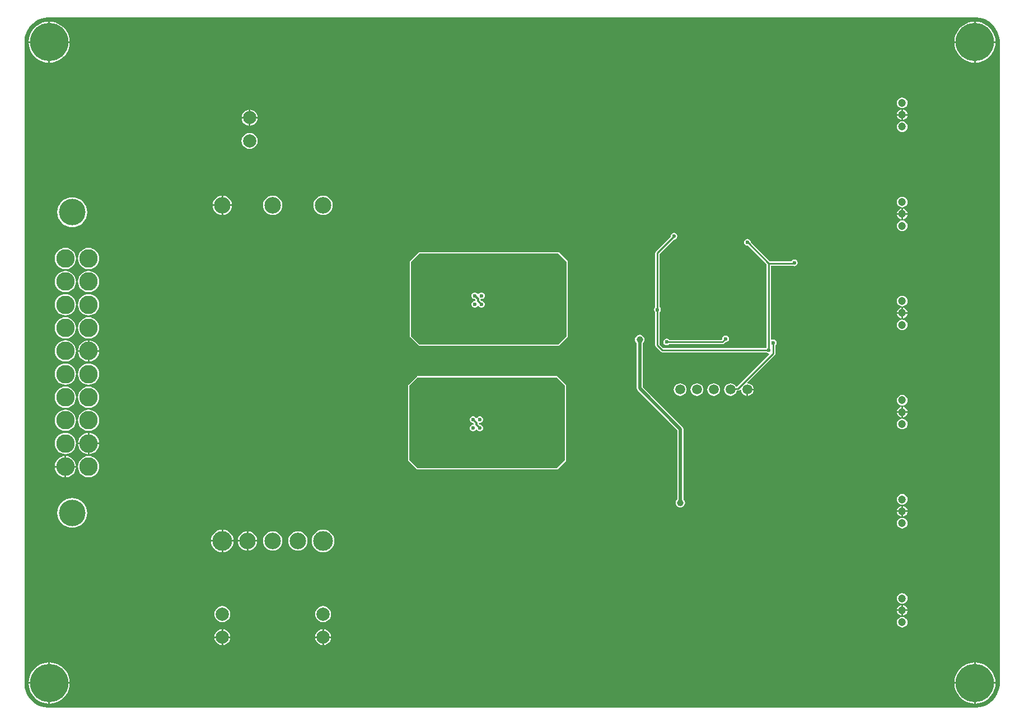
<source format=gbl>
G04*
G04 #@! TF.GenerationSoftware,Altium Limited,Altium Designer,22.2.1 (43)*
G04*
G04 Layer_Physical_Order=2*
G04 Layer_Color=16711680*
%FSLAX44Y44*%
%MOMM*%
G71*
G04*
G04 #@! TF.SameCoordinates,7A9A4B32-F866-4FC0-92F5-D822EF52183D*
G04*
G04*
G04 #@! TF.FilePolarity,Positive*
G04*
G01*
G75*
%ADD15C,0.3000*%
%ADD54C,0.5000*%
%ADD55C,0.2500*%
%ADD57C,2.8000*%
%ADD58C,4.0000*%
%ADD59C,5.8000*%
%ADD60C,2.5000*%
%ADD61C,3.0000*%
%ADD62C,2.0000*%
%ADD63C,1.5000*%
%ADD64C,1.2000*%
%ADD65C,0.6000*%
%ADD66C,1.0000*%
G36*
X2017322Y1136810D02*
X2022064Y1135540D01*
X2026600Y1133661D01*
X2030851Y1131206D01*
X2034746Y1128218D01*
X2038218Y1124746D01*
X2041206Y1120851D01*
X2043661Y1116600D01*
X2045540Y1112064D01*
X2046810Y1107322D01*
X2047451Y1102455D01*
Y1100000D01*
Y130000D01*
Y127545D01*
X2046810Y122678D01*
X2045540Y117936D01*
X2043661Y113400D01*
X2041206Y109149D01*
X2038218Y105254D01*
X2034746Y101782D01*
X2030851Y98794D01*
X2026600Y96339D01*
X2022064Y94460D01*
X2017322Y93190D01*
X2012455Y92549D01*
X607545D01*
X602678Y93190D01*
X597936Y94460D01*
X593400Y96339D01*
X589149Y98794D01*
X585254Y101782D01*
X581782Y105254D01*
X578794Y109149D01*
X576339Y113400D01*
X574460Y117936D01*
X573190Y122678D01*
X572549Y127545D01*
Y130000D01*
Y1100000D01*
Y1102455D01*
X573190Y1107322D01*
X574460Y1112064D01*
X576339Y1116600D01*
X578794Y1120851D01*
X581782Y1124746D01*
X585254Y1128218D01*
X589149Y1131206D01*
X593400Y1133661D01*
X597936Y1135540D01*
X602678Y1136810D01*
X607545Y1137451D01*
X2012455D01*
X2017322Y1136810D01*
D02*
G37*
%LPC*%
G36*
X2011270Y1130996D02*
Y1101270D01*
X2040996D01*
X2040713Y1104865D01*
X2039574Y1109609D01*
X2037707Y1114117D01*
X2035157Y1118278D01*
X2031988Y1121988D01*
X2028278Y1125157D01*
X2024117Y1127707D01*
X2019609Y1129574D01*
X2014864Y1130713D01*
X2011270Y1130996D01*
D02*
G37*
G36*
X2008730D02*
X2005135Y1130713D01*
X2000391Y1129574D01*
X1995883Y1127707D01*
X1991722Y1125157D01*
X1988012Y1121988D01*
X1984843Y1118278D01*
X1982293Y1114117D01*
X1980426Y1109609D01*
X1979287Y1104865D01*
X1979004Y1101270D01*
X2008730D01*
Y1130996D01*
D02*
G37*
G36*
X611270D02*
Y1101270D01*
X640996D01*
X640713Y1104865D01*
X639574Y1109609D01*
X637707Y1114117D01*
X635157Y1118278D01*
X631988Y1121988D01*
X628278Y1125157D01*
X624117Y1127707D01*
X619609Y1129574D01*
X614865Y1130713D01*
X611270Y1130996D01*
D02*
G37*
G36*
X608730D02*
X605135Y1130713D01*
X600391Y1129574D01*
X595883Y1127707D01*
X591722Y1125157D01*
X588012Y1121988D01*
X584843Y1118278D01*
X582293Y1114117D01*
X580426Y1109609D01*
X579287Y1104865D01*
X579004Y1101270D01*
X608730D01*
Y1130996D01*
D02*
G37*
G36*
X2040996Y1098730D02*
X2011270D01*
Y1069004D01*
X2014864Y1069287D01*
X2019609Y1070426D01*
X2024117Y1072293D01*
X2028278Y1074843D01*
X2031988Y1078012D01*
X2035157Y1081722D01*
X2037707Y1085883D01*
X2039574Y1090391D01*
X2040713Y1095136D01*
X2040996Y1098730D01*
D02*
G37*
G36*
X2008730D02*
X1979004D01*
X1979287Y1095136D01*
X1980426Y1090391D01*
X1982293Y1085883D01*
X1984843Y1081722D01*
X1988012Y1078012D01*
X1991722Y1074843D01*
X1995883Y1072293D01*
X2000391Y1070426D01*
X2005135Y1069287D01*
X2008730Y1069004D01*
Y1098730D01*
D02*
G37*
G36*
X640996D02*
X611270D01*
Y1069004D01*
X614865Y1069287D01*
X619609Y1070426D01*
X624117Y1072293D01*
X628278Y1074843D01*
X631988Y1078012D01*
X635157Y1081722D01*
X637707Y1085883D01*
X639574Y1090391D01*
X640713Y1095136D01*
X640996Y1098730D01*
D02*
G37*
G36*
X608730D02*
X579004D01*
X579287Y1095136D01*
X580426Y1090391D01*
X582293Y1085883D01*
X584843Y1081722D01*
X588012Y1078012D01*
X591722Y1074843D01*
X595883Y1072293D01*
X600391Y1070426D01*
X605135Y1069287D01*
X608730Y1069004D01*
Y1098730D01*
D02*
G37*
G36*
X1900000Y1016069D02*
X1897912Y1015794D01*
X1895966Y1014988D01*
X1894294Y1013706D01*
X1893012Y1012035D01*
X1892206Y1010088D01*
X1891931Y1008000D01*
X1892206Y1005912D01*
X1893012Y1003966D01*
X1894294Y1002294D01*
X1895966Y1001012D01*
X1897912Y1000206D01*
X1900000Y999931D01*
X1902088Y1000206D01*
X1904034Y1001012D01*
X1905706Y1002294D01*
X1906988Y1003966D01*
X1907794Y1005912D01*
X1908069Y1008000D01*
X1907794Y1010088D01*
X1906988Y1012035D01*
X1905706Y1013706D01*
X1904034Y1014988D01*
X1902088Y1015794D01*
X1900000Y1016069D01*
D02*
G37*
G36*
X1901270Y997902D02*
Y991270D01*
X1907902D01*
X1907794Y992088D01*
X1906988Y994035D01*
X1905706Y995706D01*
X1904034Y996988D01*
X1902088Y997794D01*
X1901270Y997902D01*
D02*
G37*
G36*
X1898730D02*
X1897912Y997794D01*
X1895966Y996988D01*
X1894294Y995706D01*
X1893012Y994035D01*
X1892206Y992088D01*
X1892098Y991270D01*
X1898730D01*
Y997902D01*
D02*
G37*
G36*
X914370Y997436D02*
Y986770D01*
X925036D01*
X924791Y988633D01*
X923582Y991552D01*
X921659Y994059D01*
X919152Y995982D01*
X916233Y997191D01*
X914370Y997436D01*
D02*
G37*
G36*
X911830D02*
X909967Y997191D01*
X907048Y995982D01*
X904542Y994059D01*
X902618Y991552D01*
X901409Y988633D01*
X901164Y986770D01*
X911830D01*
Y997436D01*
D02*
G37*
G36*
X1907902Y988730D02*
X1901270D01*
Y982098D01*
X1902088Y982206D01*
X1904034Y983012D01*
X1905706Y984294D01*
X1906988Y985965D01*
X1907794Y987912D01*
X1907902Y988730D01*
D02*
G37*
G36*
X1898730D02*
X1892098D01*
X1892206Y987912D01*
X1893012Y985965D01*
X1894294Y984294D01*
X1895966Y983012D01*
X1897912Y982206D01*
X1898730Y982098D01*
Y988730D01*
D02*
G37*
G36*
X925036Y984230D02*
X914370D01*
Y973564D01*
X916233Y973809D01*
X919152Y975018D01*
X921659Y976942D01*
X923582Y979448D01*
X924791Y982367D01*
X925036Y984230D01*
D02*
G37*
G36*
X911830D02*
X901164D01*
X901409Y982367D01*
X902618Y979448D01*
X904542Y976942D01*
X907048Y975018D01*
X909967Y973809D01*
X911830Y973564D01*
Y984230D01*
D02*
G37*
G36*
X1900000Y980069D02*
X1897912Y979794D01*
X1895966Y978988D01*
X1894294Y977706D01*
X1893012Y976034D01*
X1892206Y974088D01*
X1891931Y972000D01*
X1892206Y969912D01*
X1893012Y967965D01*
X1894294Y966294D01*
X1895966Y965012D01*
X1897912Y964206D01*
X1900000Y963931D01*
X1902088Y964206D01*
X1904034Y965012D01*
X1905706Y966294D01*
X1906988Y967965D01*
X1907794Y969912D01*
X1908069Y972000D01*
X1907794Y974088D01*
X1906988Y976034D01*
X1905706Y977706D01*
X1904034Y978988D01*
X1902088Y979794D01*
X1900000Y980069D01*
D02*
G37*
G36*
X913100Y962604D02*
X909967Y962191D01*
X907048Y960982D01*
X904542Y959059D01*
X902618Y956552D01*
X901409Y953633D01*
X900996Y950500D01*
X901409Y947367D01*
X902618Y944448D01*
X904542Y941942D01*
X907048Y940018D01*
X909967Y938809D01*
X913100Y938396D01*
X916233Y938809D01*
X919152Y940018D01*
X921659Y941942D01*
X923582Y944448D01*
X924791Y947367D01*
X925204Y950500D01*
X924791Y953633D01*
X923582Y956552D01*
X921659Y959059D01*
X919152Y960982D01*
X916233Y962191D01*
X913100Y962604D01*
D02*
G37*
G36*
X873170Y867458D02*
Y854270D01*
X886358D01*
X886027Y856785D01*
X884566Y860313D01*
X882242Y863342D01*
X879213Y865666D01*
X875685Y867127D01*
X873170Y867458D01*
D02*
G37*
G36*
X870630D02*
X868115Y867127D01*
X864587Y865666D01*
X861559Y863342D01*
X859234Y860313D01*
X857773Y856785D01*
X857442Y854270D01*
X870630D01*
Y867458D01*
D02*
G37*
G36*
X1900000Y866069D02*
X1897912Y865794D01*
X1895966Y864988D01*
X1894294Y863706D01*
X1893012Y862035D01*
X1892206Y860088D01*
X1891931Y858000D01*
X1892206Y855912D01*
X1893012Y853966D01*
X1894294Y852294D01*
X1895966Y851012D01*
X1897912Y850206D01*
X1900000Y849931D01*
X1902088Y850206D01*
X1904034Y851012D01*
X1905706Y852294D01*
X1906988Y853966D01*
X1907794Y855912D01*
X1908069Y858000D01*
X1907794Y860088D01*
X1906988Y862035D01*
X1905706Y863706D01*
X1904034Y864988D01*
X1902088Y865794D01*
X1900000Y866069D01*
D02*
G37*
G36*
X1901270Y847902D02*
Y841270D01*
X1907902D01*
X1907794Y842088D01*
X1906988Y844035D01*
X1905706Y845706D01*
X1904034Y846988D01*
X1902088Y847794D01*
X1901270Y847902D01*
D02*
G37*
G36*
X1898730D02*
X1897912Y847794D01*
X1895966Y846988D01*
X1894294Y845706D01*
X1893012Y844035D01*
X1892206Y842088D01*
X1892098Y841270D01*
X1898730D01*
Y847902D01*
D02*
G37*
G36*
X870630Y851730D02*
X857442D01*
X857773Y849215D01*
X859234Y845687D01*
X861559Y842658D01*
X864587Y840334D01*
X868115Y838873D01*
X870630Y838542D01*
Y851730D01*
D02*
G37*
G36*
X886358D02*
X873170D01*
Y838542D01*
X875685Y838873D01*
X879213Y840334D01*
X882242Y842658D01*
X884566Y845687D01*
X886027Y849215D01*
X886358Y851730D01*
D02*
G37*
G36*
X1024300Y867625D02*
X1020515Y867127D01*
X1016988Y865666D01*
X1013959Y863342D01*
X1011634Y860313D01*
X1010173Y856785D01*
X1009675Y853000D01*
X1010173Y849215D01*
X1011634Y845687D01*
X1013959Y842658D01*
X1016988Y840334D01*
X1020515Y838873D01*
X1024300Y838375D01*
X1028085Y838873D01*
X1031613Y840334D01*
X1034641Y842658D01*
X1036966Y845687D01*
X1038427Y849215D01*
X1038925Y853000D01*
X1038427Y856785D01*
X1036966Y860313D01*
X1034641Y863342D01*
X1031613Y865666D01*
X1028085Y867127D01*
X1024300Y867625D01*
D02*
G37*
G36*
X948100D02*
X944315Y867127D01*
X940788Y865666D01*
X937758Y863342D01*
X935434Y860313D01*
X933973Y856785D01*
X933475Y853000D01*
X933973Y849215D01*
X935434Y845687D01*
X937758Y842658D01*
X940788Y840334D01*
X944315Y838873D01*
X948100Y838375D01*
X951885Y838873D01*
X955413Y840334D01*
X958441Y842658D01*
X960766Y845687D01*
X962227Y849215D01*
X962725Y853000D01*
X962227Y856785D01*
X960766Y860313D01*
X958441Y863342D01*
X955413Y865666D01*
X951885Y867127D01*
X948100Y867625D01*
D02*
G37*
G36*
X1907902Y838730D02*
X1901270D01*
Y832098D01*
X1902088Y832206D01*
X1904034Y833012D01*
X1905706Y834294D01*
X1906988Y835965D01*
X1907794Y837912D01*
X1907902Y838730D01*
D02*
G37*
G36*
X1898730D02*
X1892098D01*
X1892206Y837912D01*
X1893012Y835965D01*
X1894294Y834294D01*
X1895966Y833012D01*
X1897912Y832206D01*
X1898730Y832098D01*
Y838730D01*
D02*
G37*
G36*
X645000Y865109D02*
X640589Y864674D01*
X636348Y863388D01*
X632439Y861299D01*
X629013Y858487D01*
X626201Y855061D01*
X624112Y851152D01*
X622826Y846911D01*
X622391Y842500D01*
X622826Y838089D01*
X624112Y833848D01*
X626201Y829939D01*
X629013Y826513D01*
X632439Y823701D01*
X636348Y821612D01*
X640589Y820325D01*
X645000Y819891D01*
X649411Y820325D01*
X653652Y821612D01*
X657561Y823701D01*
X660987Y826513D01*
X663799Y829939D01*
X665888Y833848D01*
X667174Y838089D01*
X667609Y842500D01*
X667174Y846911D01*
X665888Y851152D01*
X663799Y855061D01*
X660987Y858487D01*
X657561Y861299D01*
X653652Y863388D01*
X649411Y864674D01*
X645000Y865109D01*
D02*
G37*
G36*
X1900000Y830069D02*
X1897912Y829794D01*
X1895966Y828988D01*
X1894294Y827706D01*
X1893012Y826034D01*
X1892206Y824088D01*
X1891931Y822000D01*
X1892206Y819912D01*
X1893012Y817965D01*
X1894294Y816294D01*
X1895966Y815012D01*
X1897912Y814206D01*
X1900000Y813931D01*
X1902088Y814206D01*
X1904034Y815012D01*
X1905706Y816294D01*
X1906988Y817965D01*
X1907794Y819912D01*
X1908069Y822000D01*
X1907794Y824088D01*
X1906988Y826034D01*
X1905706Y827706D01*
X1904034Y828988D01*
X1902088Y829794D01*
X1900000Y830069D01*
D02*
G37*
G36*
X1380000Y782039D02*
X1170000Y782039D01*
X1170000Y782039D01*
X1169220Y781884D01*
X1168558Y781442D01*
X1156058Y768942D01*
X1155616Y768280D01*
X1155461Y767500D01*
X1155461Y655000D01*
X1155461Y655000D01*
X1155616Y654219D01*
X1156058Y653558D01*
X1156058Y653558D01*
X1168558Y641058D01*
X1168558Y641058D01*
X1169220Y640616D01*
X1170000Y640461D01*
X1380000D01*
X1380780Y640616D01*
X1381442Y641058D01*
X1381442Y641058D01*
X1393942Y653558D01*
X1394384Y654220D01*
X1394539Y655000D01*
X1394539Y767500D01*
X1394539Y767500D01*
X1394384Y768280D01*
X1393942Y768942D01*
X1381442Y781442D01*
X1380780Y781884D01*
X1380000Y782039D01*
D02*
G37*
G36*
X1555000Y811098D02*
X1553049Y810710D01*
X1551395Y809605D01*
X1550290Y807951D01*
X1549902Y806000D01*
X1549970Y805657D01*
X1527657Y783343D01*
X1526939Y782268D01*
X1526686Y781000D01*
Y698799D01*
X1526395Y698605D01*
X1525290Y696951D01*
X1524902Y695000D01*
X1525290Y693049D01*
X1526395Y691395D01*
X1526686Y691201D01*
Y641000D01*
X1526939Y639732D01*
X1527657Y638657D01*
X1534747Y631567D01*
X1535822Y630849D01*
X1537090Y630596D01*
X1694421D01*
X1694615Y630305D01*
X1696269Y629200D01*
X1698220Y628812D01*
X1698357Y628839D01*
X1698983Y627669D01*
X1650277Y578964D01*
X1648566D01*
X1647175Y580775D01*
X1645191Y582298D01*
X1642880Y583256D01*
X1640400Y583582D01*
X1637920Y583256D01*
X1635609Y582298D01*
X1633625Y580775D01*
X1632102Y578791D01*
X1631145Y576480D01*
X1630818Y574000D01*
X1631145Y571520D01*
X1632102Y569209D01*
X1633625Y567225D01*
X1635609Y565702D01*
X1637920Y564744D01*
X1640400Y564418D01*
X1642880Y564744D01*
X1645191Y565702D01*
X1647175Y567225D01*
X1648698Y569209D01*
X1649655Y571520D01*
X1649763Y572336D01*
X1651650D01*
X1652918Y572589D01*
X1653993Y573307D01*
X1655119Y574433D01*
X1656249Y573767D01*
X1656544Y571520D01*
X1657502Y569209D01*
X1659025Y567225D01*
X1661009Y565702D01*
X1663320Y564744D01*
X1664530Y564585D01*
Y574000D01*
X1665800D01*
Y575270D01*
X1675215D01*
X1675056Y576480D01*
X1674098Y578791D01*
X1672575Y580775D01*
X1670591Y582298D01*
X1668280Y583256D01*
X1666033Y583551D01*
X1665367Y584681D01*
X1707343Y626657D01*
X1708061Y627732D01*
X1708314Y629000D01*
Y641201D01*
X1708605Y641395D01*
X1709710Y643049D01*
X1710098Y645000D01*
X1709710Y646951D01*
X1708605Y648605D01*
X1706951Y649710D01*
X1705000Y650098D01*
X1703049Y649710D01*
X1702654Y649446D01*
X1701534Y650044D01*
Y761906D01*
X1734127D01*
X1735049Y761290D01*
X1737000Y760902D01*
X1738951Y761290D01*
X1740605Y762395D01*
X1741710Y764049D01*
X1742098Y766000D01*
X1741710Y767951D01*
X1740605Y769605D01*
X1738951Y770710D01*
X1737000Y771098D01*
X1735049Y770710D01*
X1733395Y769605D01*
X1732679Y768534D01*
X1699593D01*
X1671091Y797035D01*
X1670710Y798951D01*
X1669605Y800605D01*
X1667951Y801710D01*
X1666000Y802098D01*
X1664049Y801710D01*
X1662395Y800605D01*
X1661290Y798951D01*
X1660902Y797000D01*
X1661290Y795049D01*
X1662395Y793395D01*
X1664049Y792290D01*
X1666000Y791902D01*
X1666710Y792043D01*
X1694906Y763847D01*
Y637709D01*
X1694615Y637515D01*
X1694421Y637224D01*
X1538463D01*
X1533314Y642373D01*
Y691201D01*
X1533605Y691395D01*
X1534710Y693049D01*
X1535098Y695000D01*
X1534710Y696951D01*
X1533605Y698605D01*
X1533314Y698799D01*
Y779627D01*
X1554657Y800970D01*
X1555000Y800902D01*
X1556951Y801290D01*
X1558605Y802395D01*
X1559710Y804049D01*
X1560098Y806000D01*
X1559710Y807951D01*
X1558605Y809605D01*
X1556951Y810710D01*
X1555000Y811098D01*
D02*
G37*
G36*
X669600Y788577D02*
X666463Y788269D01*
X663447Y787354D01*
X660668Y785868D01*
X658232Y783868D01*
X656232Y781432D01*
X654746Y778652D01*
X653831Y775637D01*
X653523Y772500D01*
X653831Y769363D01*
X654746Y766347D01*
X656232Y763568D01*
X658232Y761132D01*
X660668Y759132D01*
X663447Y757646D01*
X666463Y756731D01*
X669600Y756423D01*
X672737Y756731D01*
X675753Y757646D01*
X678532Y759132D01*
X680968Y761132D01*
X682968Y763568D01*
X684454Y766347D01*
X685368Y769363D01*
X685677Y772500D01*
X685368Y775637D01*
X684454Y778652D01*
X682968Y781432D01*
X680968Y783868D01*
X678532Y785868D01*
X675753Y787354D01*
X672737Y788269D01*
X669600Y788577D01*
D02*
G37*
G36*
X634600D02*
X631464Y788269D01*
X628447Y787354D01*
X625668Y785868D01*
X623232Y783868D01*
X621232Y781432D01*
X619746Y778652D01*
X618831Y775637D01*
X618523Y772500D01*
X618831Y769363D01*
X619746Y766347D01*
X621232Y763568D01*
X623232Y761132D01*
X625668Y759132D01*
X628447Y757646D01*
X631464Y756731D01*
X634600Y756423D01*
X637737Y756731D01*
X640753Y757646D01*
X643532Y759132D01*
X645968Y761132D01*
X647968Y763568D01*
X649454Y766347D01*
X650368Y769363D01*
X650677Y772500D01*
X650368Y775637D01*
X649454Y778652D01*
X647968Y781432D01*
X645968Y783868D01*
X643532Y785868D01*
X640753Y787354D01*
X637737Y788269D01*
X634600Y788577D01*
D02*
G37*
G36*
X669600Y753577D02*
X666463Y753269D01*
X663447Y752354D01*
X660668Y750868D01*
X658232Y748868D01*
X656232Y746432D01*
X654746Y743653D01*
X653831Y740637D01*
X653523Y737500D01*
X653831Y734363D01*
X654746Y731347D01*
X656232Y728568D01*
X658232Y726132D01*
X660668Y724132D01*
X663447Y722646D01*
X666463Y721731D01*
X669600Y721423D01*
X672737Y721731D01*
X675753Y722646D01*
X678532Y724132D01*
X680968Y726132D01*
X682968Y728568D01*
X684454Y731347D01*
X685368Y734363D01*
X685677Y737500D01*
X685368Y740637D01*
X684454Y743653D01*
X682968Y746432D01*
X680968Y748868D01*
X678532Y750868D01*
X675753Y752354D01*
X672737Y753269D01*
X669600Y753577D01*
D02*
G37*
G36*
X634600D02*
X631464Y753269D01*
X628447Y752354D01*
X625668Y750868D01*
X623232Y748868D01*
X621232Y746432D01*
X619746Y743653D01*
X618831Y740637D01*
X618523Y737500D01*
X618831Y734363D01*
X619746Y731347D01*
X621232Y728568D01*
X623232Y726132D01*
X625668Y724132D01*
X628447Y722646D01*
X631464Y721731D01*
X634600Y721423D01*
X637737Y721731D01*
X640753Y722646D01*
X643532Y724132D01*
X645968Y726132D01*
X647968Y728568D01*
X649454Y731347D01*
X650368Y734363D01*
X650677Y737500D01*
X650368Y740637D01*
X649454Y743653D01*
X647968Y746432D01*
X645968Y748868D01*
X643532Y750868D01*
X640753Y752354D01*
X637737Y753269D01*
X634600Y753577D01*
D02*
G37*
G36*
X1900000Y716069D02*
X1897912Y715794D01*
X1895966Y714988D01*
X1894294Y713706D01*
X1893012Y712035D01*
X1892206Y710088D01*
X1891931Y708000D01*
X1892206Y705912D01*
X1893012Y703966D01*
X1894294Y702294D01*
X1895966Y701012D01*
X1897912Y700206D01*
X1900000Y699931D01*
X1902088Y700206D01*
X1904034Y701012D01*
X1905706Y702294D01*
X1906988Y703966D01*
X1907794Y705912D01*
X1908069Y708000D01*
X1907794Y710088D01*
X1906988Y712035D01*
X1905706Y713706D01*
X1904034Y714988D01*
X1902088Y715794D01*
X1900000Y716069D01*
D02*
G37*
G36*
X1901270Y697902D02*
Y691270D01*
X1907902D01*
X1907794Y692088D01*
X1906988Y694035D01*
X1905706Y695706D01*
X1904034Y696988D01*
X1902088Y697794D01*
X1901270Y697902D01*
D02*
G37*
G36*
X1898730D02*
X1897912Y697794D01*
X1895966Y696988D01*
X1894294Y695706D01*
X1893012Y694035D01*
X1892206Y692088D01*
X1892098Y691270D01*
X1898730D01*
Y697902D01*
D02*
G37*
G36*
X669600Y718577D02*
X666463Y718269D01*
X663447Y717354D01*
X660668Y715868D01*
X658232Y713868D01*
X656232Y711432D01*
X654746Y708653D01*
X653831Y705637D01*
X653523Y702500D01*
X653831Y699363D01*
X654746Y696347D01*
X656232Y693568D01*
X658232Y691132D01*
X660668Y689132D01*
X663447Y687646D01*
X666463Y686731D01*
X669600Y686423D01*
X672737Y686731D01*
X675753Y687646D01*
X678532Y689132D01*
X680968Y691132D01*
X682968Y693568D01*
X684454Y696347D01*
X685368Y699363D01*
X685677Y702500D01*
X685368Y705637D01*
X684454Y708653D01*
X682968Y711432D01*
X680968Y713868D01*
X678532Y715868D01*
X675753Y717354D01*
X672737Y718269D01*
X669600Y718577D01*
D02*
G37*
G36*
X634600D02*
X631464Y718269D01*
X628447Y717354D01*
X625668Y715868D01*
X623232Y713868D01*
X621232Y711432D01*
X619746Y708653D01*
X618831Y705637D01*
X618523Y702500D01*
X618831Y699363D01*
X619746Y696347D01*
X621232Y693568D01*
X623232Y691132D01*
X625668Y689132D01*
X628447Y687646D01*
X631464Y686731D01*
X634600Y686423D01*
X637737Y686731D01*
X640753Y687646D01*
X643532Y689132D01*
X645968Y691132D01*
X647968Y693568D01*
X649454Y696347D01*
X650368Y699363D01*
X650677Y702500D01*
X650368Y705637D01*
X649454Y708653D01*
X647968Y711432D01*
X645968Y713868D01*
X643532Y715868D01*
X640753Y717354D01*
X637737Y718269D01*
X634600Y718577D01*
D02*
G37*
G36*
X1907902Y688730D02*
X1901270D01*
Y682098D01*
X1902088Y682206D01*
X1904034Y683012D01*
X1905706Y684294D01*
X1906988Y685965D01*
X1907794Y687912D01*
X1907902Y688730D01*
D02*
G37*
G36*
X1898730D02*
X1892098D01*
X1892206Y687912D01*
X1893012Y685965D01*
X1894294Y684294D01*
X1895966Y683012D01*
X1897912Y682206D01*
X1898730Y682098D01*
Y688730D01*
D02*
G37*
G36*
X1900000Y680069D02*
X1897912Y679794D01*
X1895966Y678988D01*
X1894294Y677706D01*
X1893012Y676034D01*
X1892206Y674088D01*
X1891931Y672000D01*
X1892206Y669912D01*
X1893012Y667965D01*
X1894294Y666294D01*
X1895966Y665012D01*
X1897912Y664206D01*
X1900000Y663931D01*
X1902088Y664206D01*
X1904034Y665012D01*
X1905706Y666294D01*
X1906988Y667965D01*
X1907794Y669912D01*
X1908069Y672000D01*
X1907794Y674088D01*
X1906988Y676034D01*
X1905706Y677706D01*
X1904034Y678988D01*
X1902088Y679794D01*
X1900000Y680069D01*
D02*
G37*
G36*
X669600Y683577D02*
X666463Y683269D01*
X663447Y682354D01*
X660668Y680868D01*
X658232Y678868D01*
X656232Y676432D01*
X654746Y673653D01*
X653831Y670637D01*
X653523Y667500D01*
X653831Y664363D01*
X654746Y661347D01*
X656232Y658568D01*
X658232Y656132D01*
X660668Y654132D01*
X663447Y652646D01*
X666463Y651731D01*
X669600Y651423D01*
X672737Y651731D01*
X675753Y652646D01*
X678532Y654132D01*
X680968Y656132D01*
X682968Y658568D01*
X684454Y661347D01*
X685368Y664363D01*
X685677Y667500D01*
X685368Y670637D01*
X684454Y673653D01*
X682968Y676432D01*
X680968Y678868D01*
X678532Y680868D01*
X675753Y682354D01*
X672737Y683269D01*
X669600Y683577D01*
D02*
G37*
G36*
X634600D02*
X631464Y683269D01*
X628447Y682354D01*
X625668Y680868D01*
X623232Y678868D01*
X621232Y676432D01*
X619746Y673653D01*
X618831Y670637D01*
X618523Y667500D01*
X618831Y664363D01*
X619746Y661347D01*
X621232Y658568D01*
X623232Y656132D01*
X625668Y654132D01*
X628447Y652646D01*
X631464Y651731D01*
X634600Y651423D01*
X637737Y651731D01*
X640753Y652646D01*
X643532Y654132D01*
X645968Y656132D01*
X647968Y658568D01*
X649454Y661347D01*
X650368Y664363D01*
X650677Y667500D01*
X650368Y670637D01*
X649454Y673653D01*
X647968Y676432D01*
X645968Y678868D01*
X643532Y680868D01*
X640753Y682354D01*
X637737Y683269D01*
X634600Y683577D01*
D02*
G37*
G36*
X1633000Y656098D02*
X1631049Y655710D01*
X1629395Y654605D01*
X1628290Y652951D01*
X1627902Y651000D01*
X1627970Y650657D01*
X1626628Y649314D01*
X1547799D01*
X1547605Y649605D01*
X1545951Y650710D01*
X1544000Y651098D01*
X1542049Y650710D01*
X1540395Y649605D01*
X1539290Y647951D01*
X1538902Y646000D01*
X1539290Y644049D01*
X1540395Y642395D01*
X1542049Y641290D01*
X1544000Y640902D01*
X1545951Y641290D01*
X1547605Y642395D01*
X1547799Y642686D01*
X1628000D01*
X1629268Y642939D01*
X1630343Y643657D01*
X1632657Y645970D01*
X1633000Y645902D01*
X1634951Y646290D01*
X1636605Y647395D01*
X1637710Y649049D01*
X1638098Y651000D01*
X1637710Y652951D01*
X1636605Y654605D01*
X1634951Y655710D01*
X1633000Y656098D01*
D02*
G37*
G36*
X670870Y648452D02*
Y633770D01*
X685552D01*
X685368Y635636D01*
X684454Y638652D01*
X682968Y641432D01*
X680968Y643868D01*
X678532Y645868D01*
X675753Y647354D01*
X672737Y648269D01*
X670870Y648452D01*
D02*
G37*
G36*
X668330Y648452D02*
X666463Y648269D01*
X663447Y647354D01*
X660668Y645868D01*
X658232Y643868D01*
X656232Y641432D01*
X654746Y638652D01*
X653831Y635636D01*
X653648Y633770D01*
X668330D01*
Y648452D01*
D02*
G37*
G36*
Y631230D02*
X653648D01*
X653831Y629363D01*
X654746Y626347D01*
X656232Y623568D01*
X658232Y621132D01*
X660668Y619132D01*
X663447Y617646D01*
X666463Y616731D01*
X668330Y616548D01*
Y631230D01*
D02*
G37*
G36*
X685552D02*
X670870D01*
Y616548D01*
X672737Y616731D01*
X675753Y617646D01*
X678532Y619132D01*
X680968Y621132D01*
X682968Y623568D01*
X684454Y626347D01*
X685368Y629363D01*
X685552Y631230D01*
D02*
G37*
G36*
X634600Y648577D02*
X631464Y648269D01*
X628447Y647354D01*
X625668Y645868D01*
X623232Y643868D01*
X621232Y641432D01*
X619746Y638652D01*
X618831Y635636D01*
X618523Y632500D01*
X618831Y629363D01*
X619746Y626347D01*
X621232Y623568D01*
X623232Y621132D01*
X625668Y619132D01*
X628447Y617646D01*
X631464Y616731D01*
X634600Y616423D01*
X637737Y616731D01*
X640753Y617646D01*
X643532Y619132D01*
X645968Y621132D01*
X647968Y623568D01*
X649454Y626347D01*
X650368Y629363D01*
X650677Y632500D01*
X650368Y635636D01*
X649454Y638652D01*
X647968Y641432D01*
X645968Y643868D01*
X643532Y645868D01*
X640753Y647354D01*
X637737Y648269D01*
X634600Y648577D01*
D02*
G37*
G36*
X1377500Y594539D02*
X1167500Y594539D01*
X1167500Y594539D01*
X1166720Y594384D01*
X1166058Y593942D01*
X1153558Y581442D01*
X1153116Y580780D01*
X1152961Y580000D01*
X1152961Y467500D01*
X1152961Y467500D01*
X1153116Y466719D01*
X1153558Y466058D01*
X1153558Y466058D01*
X1166058Y453558D01*
X1166058Y453558D01*
X1166720Y453116D01*
X1167500Y452961D01*
X1377500D01*
X1378280Y453116D01*
X1378942Y453558D01*
X1378942Y453558D01*
X1391442Y466058D01*
X1391884Y466720D01*
X1392039Y467500D01*
X1392039Y580000D01*
X1392039Y580000D01*
X1391884Y580780D01*
X1391442Y581442D01*
X1378942Y593942D01*
X1378280Y594384D01*
X1377500Y594539D01*
D02*
G37*
G36*
X669600Y613577D02*
X666463Y613269D01*
X663447Y612354D01*
X660668Y610868D01*
X658232Y608868D01*
X656232Y606432D01*
X654746Y603653D01*
X653831Y600636D01*
X653523Y597500D01*
X653831Y594364D01*
X654746Y591347D01*
X656232Y588568D01*
X658232Y586132D01*
X660668Y584132D01*
X663447Y582646D01*
X666463Y581731D01*
X669600Y581423D01*
X672737Y581731D01*
X675753Y582646D01*
X678532Y584132D01*
X680968Y586132D01*
X682968Y588568D01*
X684454Y591347D01*
X685368Y594364D01*
X685677Y597500D01*
X685368Y600636D01*
X684454Y603653D01*
X682968Y606432D01*
X680968Y608868D01*
X678532Y610868D01*
X675753Y612354D01*
X672737Y613269D01*
X669600Y613577D01*
D02*
G37*
G36*
X634600D02*
X631464Y613269D01*
X628447Y612354D01*
X625668Y610868D01*
X623232Y608868D01*
X621232Y606432D01*
X619746Y603653D01*
X618831Y600636D01*
X618523Y597500D01*
X618831Y594364D01*
X619746Y591347D01*
X621232Y588568D01*
X623232Y586132D01*
X625668Y584132D01*
X628447Y582646D01*
X631464Y581731D01*
X634600Y581423D01*
X637737Y581731D01*
X640753Y582646D01*
X643532Y584132D01*
X645968Y586132D01*
X647968Y588568D01*
X649454Y591347D01*
X650368Y594364D01*
X650677Y597500D01*
X650368Y600636D01*
X649454Y603653D01*
X647968Y606432D01*
X645968Y608868D01*
X643532Y610868D01*
X640753Y612354D01*
X637737Y613269D01*
X634600Y613577D01*
D02*
G37*
G36*
X1675215Y572730D02*
X1667070D01*
Y564585D01*
X1668280Y564744D01*
X1670591Y565702D01*
X1672575Y567225D01*
X1674098Y569209D01*
X1675056Y571520D01*
X1675215Y572730D01*
D02*
G37*
G36*
X1615000Y583582D02*
X1612520Y583256D01*
X1610209Y582298D01*
X1608224Y580775D01*
X1606702Y578791D01*
X1605744Y576480D01*
X1605418Y574000D01*
X1605744Y571520D01*
X1606702Y569209D01*
X1608224Y567225D01*
X1610209Y565702D01*
X1612520Y564744D01*
X1615000Y564418D01*
X1617480Y564744D01*
X1619791Y565702D01*
X1621775Y567225D01*
X1623298Y569209D01*
X1624256Y571520D01*
X1624582Y574000D01*
X1624256Y576480D01*
X1623298Y578791D01*
X1621775Y580775D01*
X1619791Y582298D01*
X1617480Y583256D01*
X1615000Y583582D01*
D02*
G37*
G36*
X1589600D02*
X1587120Y583256D01*
X1584809Y582298D01*
X1582825Y580775D01*
X1581302Y578791D01*
X1580345Y576480D01*
X1580018Y574000D01*
X1580345Y571520D01*
X1581302Y569209D01*
X1582825Y567225D01*
X1584809Y565702D01*
X1587120Y564744D01*
X1589600Y564418D01*
X1592080Y564744D01*
X1594391Y565702D01*
X1596375Y567225D01*
X1597898Y569209D01*
X1598855Y571520D01*
X1599182Y574000D01*
X1598855Y576480D01*
X1597898Y578791D01*
X1596375Y580775D01*
X1594391Y582298D01*
X1592080Y583256D01*
X1589600Y583582D01*
D02*
G37*
G36*
X1564200D02*
X1561720Y583256D01*
X1559409Y582298D01*
X1557424Y580775D01*
X1555902Y578791D01*
X1554944Y576480D01*
X1554618Y574000D01*
X1554944Y571520D01*
X1555902Y569209D01*
X1557424Y567225D01*
X1559409Y565702D01*
X1561720Y564744D01*
X1564200Y564418D01*
X1566680Y564744D01*
X1568991Y565702D01*
X1570975Y567225D01*
X1572498Y569209D01*
X1573456Y571520D01*
X1573782Y574000D01*
X1573456Y576480D01*
X1572498Y578791D01*
X1570975Y580775D01*
X1568991Y582298D01*
X1566680Y583256D01*
X1564200Y583582D01*
D02*
G37*
G36*
X1900000Y566069D02*
X1897912Y565794D01*
X1895966Y564988D01*
X1894294Y563706D01*
X1893012Y562034D01*
X1892206Y560088D01*
X1891931Y558000D01*
X1892206Y555912D01*
X1893012Y553965D01*
X1894294Y552294D01*
X1895966Y551012D01*
X1897912Y550206D01*
X1900000Y549931D01*
X1902088Y550206D01*
X1904034Y551012D01*
X1905706Y552294D01*
X1906988Y553965D01*
X1907794Y555912D01*
X1908069Y558000D01*
X1907794Y560088D01*
X1906988Y562034D01*
X1905706Y563706D01*
X1904034Y564988D01*
X1902088Y565794D01*
X1900000Y566069D01*
D02*
G37*
G36*
X669600Y578577D02*
X666463Y578269D01*
X663447Y577354D01*
X660668Y575868D01*
X658232Y573868D01*
X656232Y571432D01*
X654746Y568653D01*
X653831Y565636D01*
X653523Y562500D01*
X653831Y559363D01*
X654746Y556347D01*
X656232Y553568D01*
X658232Y551132D01*
X660668Y549132D01*
X663447Y547646D01*
X666463Y546731D01*
X669600Y546423D01*
X672737Y546731D01*
X675753Y547646D01*
X678532Y549132D01*
X680968Y551132D01*
X682968Y553568D01*
X684454Y556347D01*
X685368Y559363D01*
X685677Y562500D01*
X685368Y565636D01*
X684454Y568653D01*
X682968Y571432D01*
X680968Y573868D01*
X678532Y575868D01*
X675753Y577354D01*
X672737Y578269D01*
X669600Y578577D01*
D02*
G37*
G36*
X634600D02*
X631464Y578269D01*
X628447Y577354D01*
X625668Y575868D01*
X623232Y573868D01*
X621232Y571432D01*
X619746Y568653D01*
X618831Y565636D01*
X618523Y562500D01*
X618831Y559363D01*
X619746Y556347D01*
X621232Y553568D01*
X623232Y551132D01*
X625668Y549132D01*
X628447Y547646D01*
X631464Y546731D01*
X634600Y546423D01*
X637737Y546731D01*
X640753Y547646D01*
X643532Y549132D01*
X645968Y551132D01*
X647968Y553568D01*
X649454Y556347D01*
X650368Y559363D01*
X650677Y562500D01*
X650368Y565636D01*
X649454Y568653D01*
X647968Y571432D01*
X645968Y573868D01*
X643532Y575868D01*
X640753Y577354D01*
X637737Y578269D01*
X634600Y578577D01*
D02*
G37*
G36*
X1901270Y547902D02*
Y541270D01*
X1907902D01*
X1907794Y542088D01*
X1906988Y544035D01*
X1905706Y545706D01*
X1904034Y546988D01*
X1902088Y547794D01*
X1901270Y547902D01*
D02*
G37*
G36*
X1898730D02*
X1897912Y547794D01*
X1895966Y546988D01*
X1894294Y545706D01*
X1893012Y544035D01*
X1892206Y542088D01*
X1892098Y541270D01*
X1898730D01*
Y547902D01*
D02*
G37*
G36*
X1907902Y538730D02*
X1901270D01*
Y532098D01*
X1902088Y532206D01*
X1904034Y533012D01*
X1905706Y534294D01*
X1906988Y535965D01*
X1907794Y537912D01*
X1907902Y538730D01*
D02*
G37*
G36*
X1898730D02*
X1892098D01*
X1892206Y537912D01*
X1893012Y535965D01*
X1894294Y534294D01*
X1895966Y533012D01*
X1897912Y532206D01*
X1898730Y532098D01*
Y538730D01*
D02*
G37*
G36*
X1900000Y530069D02*
X1897912Y529794D01*
X1895966Y528988D01*
X1894294Y527706D01*
X1893012Y526035D01*
X1892206Y524088D01*
X1891931Y522000D01*
X1892206Y519912D01*
X1893012Y517966D01*
X1894294Y516294D01*
X1895966Y515012D01*
X1897912Y514206D01*
X1900000Y513931D01*
X1902088Y514206D01*
X1904034Y515012D01*
X1905706Y516294D01*
X1906988Y517966D01*
X1907794Y519912D01*
X1908069Y522000D01*
X1907794Y524088D01*
X1906988Y526035D01*
X1905706Y527706D01*
X1904034Y528988D01*
X1902088Y529794D01*
X1900000Y530069D01*
D02*
G37*
G36*
X669600Y543577D02*
X666463Y543269D01*
X663447Y542354D01*
X660668Y540868D01*
X658232Y538868D01*
X656232Y536432D01*
X654746Y533653D01*
X653831Y530636D01*
X653523Y527500D01*
X653831Y524363D01*
X654746Y521347D01*
X656232Y518568D01*
X658232Y516132D01*
X660668Y514132D01*
X663447Y512646D01*
X666463Y511731D01*
X669600Y511423D01*
X672737Y511731D01*
X675753Y512646D01*
X678532Y514132D01*
X680968Y516132D01*
X682968Y518568D01*
X684454Y521347D01*
X685368Y524363D01*
X685677Y527500D01*
X685368Y530636D01*
X684454Y533653D01*
X682968Y536432D01*
X680968Y538868D01*
X678532Y540868D01*
X675753Y542354D01*
X672737Y543269D01*
X669600Y543577D01*
D02*
G37*
G36*
X634600D02*
X631464Y543269D01*
X628447Y542354D01*
X625668Y540868D01*
X623232Y538868D01*
X621232Y536432D01*
X619746Y533653D01*
X618831Y530636D01*
X618523Y527500D01*
X618831Y524363D01*
X619746Y521347D01*
X621232Y518568D01*
X623232Y516132D01*
X625668Y514132D01*
X628447Y512646D01*
X631464Y511731D01*
X634600Y511423D01*
X637737Y511731D01*
X640753Y512646D01*
X643532Y514132D01*
X645968Y516132D01*
X647968Y518568D01*
X649454Y521347D01*
X650368Y524363D01*
X650677Y527500D01*
X650368Y530636D01*
X649454Y533653D01*
X647968Y536432D01*
X645968Y538868D01*
X643532Y540868D01*
X640753Y542354D01*
X637737Y543269D01*
X634600Y543577D01*
D02*
G37*
G36*
X670870Y508452D02*
Y493770D01*
X685552D01*
X685368Y495636D01*
X684454Y498652D01*
X682968Y501432D01*
X680968Y503868D01*
X678532Y505868D01*
X675753Y507354D01*
X672737Y508269D01*
X670870Y508452D01*
D02*
G37*
G36*
X668330Y508452D02*
X666463Y508269D01*
X663447Y507354D01*
X660668Y505868D01*
X658232Y503868D01*
X656232Y501432D01*
X654746Y498652D01*
X653831Y495636D01*
X653648Y493770D01*
X668330D01*
Y508452D01*
D02*
G37*
G36*
Y491230D02*
X653648D01*
X653831Y489363D01*
X654746Y486347D01*
X656232Y483568D01*
X658232Y481132D01*
X660668Y479132D01*
X663447Y477646D01*
X666463Y476731D01*
X668330Y476548D01*
Y491230D01*
D02*
G37*
G36*
X685552D02*
X670870D01*
Y476548D01*
X672737Y476731D01*
X675753Y477646D01*
X678532Y479132D01*
X680968Y481132D01*
X682968Y483568D01*
X684454Y486347D01*
X685368Y489363D01*
X685552Y491230D01*
D02*
G37*
G36*
X634600Y508577D02*
X631464Y508269D01*
X628447Y507354D01*
X625668Y505868D01*
X623232Y503868D01*
X621232Y501432D01*
X619746Y498652D01*
X618831Y495636D01*
X618523Y492500D01*
X618831Y489363D01*
X619746Y486347D01*
X621232Y483568D01*
X623232Y481132D01*
X625668Y479132D01*
X628447Y477646D01*
X631464Y476731D01*
X634600Y476423D01*
X637737Y476731D01*
X640753Y477646D01*
X643532Y479132D01*
X645968Y481132D01*
X647968Y483568D01*
X649454Y486347D01*
X650368Y489363D01*
X650677Y492500D01*
X650368Y495636D01*
X649454Y498652D01*
X647968Y501432D01*
X645968Y503868D01*
X643532Y505868D01*
X640753Y507354D01*
X637737Y508269D01*
X634600Y508577D01*
D02*
G37*
G36*
X635870Y473452D02*
Y458770D01*
X650552D01*
X650368Y460636D01*
X649454Y463653D01*
X647968Y466432D01*
X645968Y468868D01*
X643532Y470868D01*
X640753Y472354D01*
X637737Y473269D01*
X635870Y473452D01*
D02*
G37*
G36*
X633330Y473452D02*
X631464Y473269D01*
X628447Y472354D01*
X625668Y470868D01*
X623232Y468868D01*
X621232Y466432D01*
X619746Y463653D01*
X618831Y460636D01*
X618648Y458770D01*
X633330D01*
Y473452D01*
D02*
G37*
G36*
Y456230D02*
X618648D01*
X618831Y454364D01*
X619746Y451347D01*
X621232Y448568D01*
X623232Y446132D01*
X625668Y444132D01*
X628447Y442646D01*
X631464Y441731D01*
X633330Y441548D01*
Y456230D01*
D02*
G37*
G36*
X650552D02*
X635870D01*
Y441548D01*
X637737Y441731D01*
X640753Y442646D01*
X643532Y444132D01*
X645968Y446132D01*
X647968Y448568D01*
X649454Y451347D01*
X650368Y454364D01*
X650552Y456230D01*
D02*
G37*
G36*
X669600Y473577D02*
X666463Y473269D01*
X663447Y472354D01*
X660668Y470868D01*
X658232Y468868D01*
X656232Y466432D01*
X654746Y463653D01*
X653831Y460636D01*
X653523Y457500D01*
X653831Y454364D01*
X654746Y451347D01*
X656232Y448568D01*
X658232Y446132D01*
X660668Y444132D01*
X663447Y442646D01*
X666463Y441731D01*
X669600Y441423D01*
X672737Y441731D01*
X675753Y442646D01*
X678532Y444132D01*
X680968Y446132D01*
X682968Y448568D01*
X684454Y451347D01*
X685368Y454364D01*
X685677Y457500D01*
X685368Y460636D01*
X684454Y463653D01*
X682968Y466432D01*
X680968Y468868D01*
X678532Y470868D01*
X675753Y472354D01*
X672737Y473269D01*
X669600Y473577D01*
D02*
G37*
G36*
X1900000Y416069D02*
X1897912Y415794D01*
X1895966Y414988D01*
X1894294Y413706D01*
X1893012Y412034D01*
X1892206Y410088D01*
X1891931Y408000D01*
X1892206Y405912D01*
X1893012Y403965D01*
X1894294Y402294D01*
X1895966Y401012D01*
X1897912Y400206D01*
X1900000Y399931D01*
X1902088Y400206D01*
X1904034Y401012D01*
X1905706Y402294D01*
X1906988Y403965D01*
X1907794Y405912D01*
X1908069Y408000D01*
X1907794Y410088D01*
X1906988Y412034D01*
X1905706Y413706D01*
X1904034Y414988D01*
X1902088Y415794D01*
X1900000Y416069D01*
D02*
G37*
G36*
X1503000Y657060D02*
X1501173Y656820D01*
X1499470Y656115D01*
X1498008Y654992D01*
X1496886Y653530D01*
X1496180Y651827D01*
X1495940Y650000D01*
X1496180Y648173D01*
X1496886Y646470D01*
X1498008Y645007D01*
X1498412Y644697D01*
Y576000D01*
X1498761Y574244D01*
X1499756Y572756D01*
X1560011Y512501D01*
Y408204D01*
X1559606Y407894D01*
X1558484Y406432D01*
X1557779Y404729D01*
X1557538Y402901D01*
X1557779Y401074D01*
X1558484Y399371D01*
X1559606Y397909D01*
X1561069Y396787D01*
X1562771Y396082D01*
X1564599Y395841D01*
X1566426Y396082D01*
X1568129Y396787D01*
X1569591Y397909D01*
X1570713Y399371D01*
X1571418Y401074D01*
X1571659Y402901D01*
X1571418Y404729D01*
X1570713Y406432D01*
X1569591Y407894D01*
X1569187Y408204D01*
Y514401D01*
X1568838Y516157D01*
X1567843Y517646D01*
X1507588Y577901D01*
Y644697D01*
X1507992Y645007D01*
X1509115Y646470D01*
X1509820Y648173D01*
X1510060Y650000D01*
X1509820Y651827D01*
X1509115Y653530D01*
X1507992Y654992D01*
X1506530Y656115D01*
X1504827Y656820D01*
X1503000Y657060D01*
D02*
G37*
G36*
X1901270Y397902D02*
Y391270D01*
X1907902D01*
X1907794Y392088D01*
X1906988Y394035D01*
X1905706Y395706D01*
X1904034Y396988D01*
X1902088Y397794D01*
X1901270Y397902D01*
D02*
G37*
G36*
X1898730D02*
X1897912Y397794D01*
X1895966Y396988D01*
X1894294Y395706D01*
X1893012Y394035D01*
X1892206Y392088D01*
X1892098Y391270D01*
X1898730D01*
Y397902D01*
D02*
G37*
G36*
X1907902Y388730D02*
X1901270D01*
Y382098D01*
X1902088Y382206D01*
X1904034Y383012D01*
X1905706Y384294D01*
X1906988Y385965D01*
X1907794Y387912D01*
X1907902Y388730D01*
D02*
G37*
G36*
X1898730D02*
X1892098D01*
X1892206Y387912D01*
X1893012Y385965D01*
X1894294Y384294D01*
X1895966Y383012D01*
X1897912Y382206D01*
X1898730Y382098D01*
Y388730D01*
D02*
G37*
G36*
X645000Y410109D02*
X640589Y409674D01*
X636348Y408388D01*
X632439Y406298D01*
X629013Y403487D01*
X626201Y400061D01*
X624112Y396152D01*
X622826Y391911D01*
X622391Y387500D01*
X622826Y383089D01*
X624112Y378848D01*
X626201Y374939D01*
X629013Y371513D01*
X632439Y368701D01*
X636348Y366612D01*
X640589Y365326D01*
X645000Y364891D01*
X649411Y365326D01*
X653652Y366612D01*
X657561Y368701D01*
X660987Y371513D01*
X663799Y374939D01*
X665888Y378848D01*
X667174Y383089D01*
X667609Y387500D01*
X667174Y391911D01*
X665888Y396152D01*
X663799Y400061D01*
X660987Y403487D01*
X657561Y406298D01*
X653652Y408388D01*
X649411Y409674D01*
X645000Y410109D01*
D02*
G37*
G36*
X1900000Y380069D02*
X1897912Y379794D01*
X1895966Y378988D01*
X1894294Y377706D01*
X1893012Y376035D01*
X1892206Y374088D01*
X1891931Y372000D01*
X1892206Y369912D01*
X1893012Y367966D01*
X1894294Y366294D01*
X1895966Y365012D01*
X1897912Y364206D01*
X1900000Y363931D01*
X1902088Y364206D01*
X1904034Y365012D01*
X1905706Y366294D01*
X1906988Y367966D01*
X1907794Y369912D01*
X1908069Y372000D01*
X1907794Y374088D01*
X1906988Y376035D01*
X1905706Y377706D01*
X1904034Y378988D01*
X1902088Y379794D01*
X1900000Y380069D01*
D02*
G37*
G36*
X911270Y359458D02*
Y346270D01*
X924458D01*
X924127Y348785D01*
X922666Y352313D01*
X920341Y355341D01*
X917313Y357666D01*
X913785Y359127D01*
X911270Y359458D01*
D02*
G37*
G36*
X873170Y361957D02*
Y346270D01*
X888857D01*
X888654Y348333D01*
X887682Y351537D01*
X886103Y354490D01*
X883979Y357079D01*
X881390Y359203D01*
X878437Y360782D01*
X875233Y361754D01*
X873170Y361957D01*
D02*
G37*
G36*
X908730Y359458D02*
X906215Y359127D01*
X902688Y357666D01*
X899659Y355341D01*
X897334Y352313D01*
X895873Y348785D01*
X895542Y346270D01*
X908730D01*
Y359458D01*
D02*
G37*
G36*
X870630Y361957D02*
X868567Y361754D01*
X865363Y360782D01*
X862410Y359203D01*
X859821Y357079D01*
X857697Y354490D01*
X856118Y351537D01*
X855146Y348333D01*
X854943Y346270D01*
X870630D01*
Y361957D01*
D02*
G37*
G36*
X924458Y343730D02*
X911270D01*
Y330542D01*
X913785Y330873D01*
X917313Y332334D01*
X920341Y334659D01*
X922666Y337687D01*
X924127Y341215D01*
X924458Y343730D01*
D02*
G37*
G36*
X908730D02*
X895542D01*
X895873Y341215D01*
X897334Y337687D01*
X899659Y334659D01*
X902688Y332334D01*
X906215Y330873D01*
X908730Y330542D01*
Y343730D01*
D02*
G37*
G36*
X986200Y359625D02*
X982415Y359127D01*
X978887Y357666D01*
X975859Y355341D01*
X973534Y352313D01*
X972073Y348785D01*
X971575Y345000D01*
X972073Y341215D01*
X973534Y337687D01*
X975859Y334659D01*
X978887Y332334D01*
X982415Y330873D01*
X986200Y330375D01*
X989985Y330873D01*
X993513Y332334D01*
X996542Y334659D01*
X998866Y337687D01*
X1000327Y341215D01*
X1000825Y345000D01*
X1000327Y348785D01*
X998866Y352313D01*
X996542Y355341D01*
X993513Y357666D01*
X989985Y359127D01*
X986200Y359625D01*
D02*
G37*
G36*
X948100D02*
X944315Y359127D01*
X940788Y357666D01*
X937758Y355341D01*
X935434Y352313D01*
X933973Y348785D01*
X933475Y345000D01*
X933973Y341215D01*
X935434Y337687D01*
X937758Y334659D01*
X940788Y332334D01*
X944315Y330873D01*
X948100Y330375D01*
X951885Y330873D01*
X955413Y332334D01*
X958441Y334659D01*
X960766Y337687D01*
X962227Y341215D01*
X962725Y345000D01*
X962227Y348785D01*
X960766Y352313D01*
X958441Y355341D01*
X955413Y357666D01*
X951885Y359127D01*
X948100Y359625D01*
D02*
G37*
G36*
X888857Y343730D02*
X873170D01*
Y328043D01*
X875233Y328246D01*
X878437Y329218D01*
X881390Y330797D01*
X883979Y332921D01*
X886103Y335510D01*
X887682Y338463D01*
X888654Y341667D01*
X888857Y343730D01*
D02*
G37*
G36*
X870630D02*
X854943D01*
X855146Y341667D01*
X856118Y338463D01*
X857697Y335510D01*
X859821Y332921D01*
X862410Y330797D01*
X865363Y329218D01*
X868567Y328246D01*
X870630Y328043D01*
Y343730D01*
D02*
G37*
G36*
X1024300Y362082D02*
X1020967Y361754D01*
X1017763Y360782D01*
X1014810Y359203D01*
X1012221Y357079D01*
X1010097Y354490D01*
X1008518Y351537D01*
X1007546Y348333D01*
X1007218Y345000D01*
X1007546Y341667D01*
X1008518Y338463D01*
X1010097Y335510D01*
X1012221Y332921D01*
X1014810Y330797D01*
X1017763Y329218D01*
X1020967Y328246D01*
X1024300Y327918D01*
X1027633Y328246D01*
X1030837Y329218D01*
X1033790Y330797D01*
X1036379Y332921D01*
X1038503Y335510D01*
X1040082Y338463D01*
X1041054Y341667D01*
X1041382Y345000D01*
X1041054Y348333D01*
X1040082Y351537D01*
X1038503Y354490D01*
X1036379Y357079D01*
X1033790Y359203D01*
X1030837Y360782D01*
X1027633Y361754D01*
X1024300Y362082D01*
D02*
G37*
G36*
X1900000Y266069D02*
X1897912Y265794D01*
X1895966Y264988D01*
X1894294Y263706D01*
X1893012Y262034D01*
X1892206Y260088D01*
X1891931Y258000D01*
X1892206Y255912D01*
X1893012Y253965D01*
X1894294Y252294D01*
X1895966Y251012D01*
X1897912Y250206D01*
X1900000Y249931D01*
X1902088Y250206D01*
X1904034Y251012D01*
X1905706Y252294D01*
X1906988Y253965D01*
X1907794Y255912D01*
X1908069Y258000D01*
X1907794Y260088D01*
X1906988Y262034D01*
X1905706Y263706D01*
X1904034Y264988D01*
X1902088Y265794D01*
X1900000Y266069D01*
D02*
G37*
G36*
X1901270Y247902D02*
Y241270D01*
X1907902D01*
X1907794Y242088D01*
X1906988Y244035D01*
X1905706Y245706D01*
X1904034Y246988D01*
X1902088Y247794D01*
X1901270Y247902D01*
D02*
G37*
G36*
X1898730D02*
X1897912Y247794D01*
X1895966Y246988D01*
X1894294Y245706D01*
X1893012Y244035D01*
X1892206Y242088D01*
X1892098Y241270D01*
X1898730D01*
Y247902D01*
D02*
G37*
G36*
X1907902Y238730D02*
X1901270D01*
Y232098D01*
X1902088Y232206D01*
X1904034Y233012D01*
X1905706Y234294D01*
X1906988Y235965D01*
X1907794Y237912D01*
X1907902Y238730D01*
D02*
G37*
G36*
X1898730D02*
X1892098D01*
X1892206Y237912D01*
X1893012Y235965D01*
X1894294Y234294D01*
X1895966Y233012D01*
X1897912Y232206D01*
X1898730Y232098D01*
Y238730D01*
D02*
G37*
G36*
X1024300Y246369D02*
X1021167Y245956D01*
X1018248Y244747D01*
X1015742Y242824D01*
X1013818Y240317D01*
X1012609Y237398D01*
X1012197Y234265D01*
X1012609Y231132D01*
X1013818Y228213D01*
X1015742Y225707D01*
X1018248Y223783D01*
X1021167Y222574D01*
X1024300Y222161D01*
X1027433Y222574D01*
X1030352Y223783D01*
X1032859Y225707D01*
X1034782Y228213D01*
X1035991Y231132D01*
X1036404Y234265D01*
X1035991Y237398D01*
X1034782Y240317D01*
X1032859Y242824D01*
X1030352Y244747D01*
X1027433Y245956D01*
X1024300Y246369D01*
D02*
G37*
G36*
X871900D02*
X868767Y245956D01*
X865848Y244747D01*
X863342Y242824D01*
X861418Y240317D01*
X860209Y237398D01*
X859797Y234265D01*
X860209Y231132D01*
X861418Y228213D01*
X863342Y225707D01*
X865848Y223783D01*
X868767Y222574D01*
X871900Y222161D01*
X875033Y222574D01*
X877952Y223783D01*
X880459Y225707D01*
X882382Y228213D01*
X883591Y231132D01*
X884004Y234265D01*
X883591Y237398D01*
X882382Y240317D01*
X880459Y242824D01*
X877952Y244747D01*
X875033Y245956D01*
X871900Y246369D01*
D02*
G37*
G36*
X1900000Y230069D02*
X1897912Y229794D01*
X1895966Y228988D01*
X1894294Y227706D01*
X1893012Y226035D01*
X1892206Y224088D01*
X1891931Y222000D01*
X1892206Y219912D01*
X1893012Y217966D01*
X1894294Y216294D01*
X1895966Y215012D01*
X1897912Y214206D01*
X1900000Y213931D01*
X1902088Y214206D01*
X1904034Y215012D01*
X1905706Y216294D01*
X1906988Y217966D01*
X1907794Y219912D01*
X1908069Y222000D01*
X1907794Y224088D01*
X1906988Y226035D01*
X1905706Y227706D01*
X1904034Y228988D01*
X1902088Y229794D01*
X1900000Y230069D01*
D02*
G37*
G36*
X873170Y211201D02*
Y200535D01*
X883836D01*
X883591Y202398D01*
X882382Y205317D01*
X880459Y207824D01*
X877952Y209747D01*
X875033Y210956D01*
X873170Y211201D01*
D02*
G37*
G36*
X1025570D02*
Y200535D01*
X1036236D01*
X1035991Y202398D01*
X1034782Y205317D01*
X1032859Y207824D01*
X1030352Y209747D01*
X1027433Y210956D01*
X1025570Y211201D01*
D02*
G37*
G36*
X870630D02*
X868767Y210956D01*
X865848Y209747D01*
X863342Y207824D01*
X861418Y205317D01*
X860209Y202398D01*
X859964Y200535D01*
X870630D01*
Y211201D01*
D02*
G37*
G36*
X1023030D02*
X1021167Y210956D01*
X1018248Y209747D01*
X1015742Y207824D01*
X1013818Y205317D01*
X1012609Y202398D01*
X1012364Y200535D01*
X1023030D01*
Y211201D01*
D02*
G37*
G36*
X1036236Y197995D02*
X1025570D01*
Y187329D01*
X1027433Y187574D01*
X1030352Y188783D01*
X1032859Y190707D01*
X1034782Y193213D01*
X1035991Y196132D01*
X1036236Y197995D01*
D02*
G37*
G36*
X883836D02*
X873170D01*
Y187329D01*
X875033Y187574D01*
X877952Y188783D01*
X880459Y190707D01*
X882382Y193213D01*
X883591Y196132D01*
X883836Y197995D01*
D02*
G37*
G36*
X1023030D02*
X1012364D01*
X1012609Y196132D01*
X1013818Y193213D01*
X1015742Y190707D01*
X1018248Y188783D01*
X1021167Y187574D01*
X1023030Y187329D01*
Y197995D01*
D02*
G37*
G36*
X870630D02*
X859964D01*
X860209Y196132D01*
X861418Y193213D01*
X863342Y190707D01*
X865848Y188783D01*
X868767Y187574D01*
X870630Y187329D01*
Y197995D01*
D02*
G37*
G36*
X2011270Y160996D02*
Y131270D01*
X2040996D01*
X2040713Y134864D01*
X2039574Y139609D01*
X2037707Y144117D01*
X2035157Y148278D01*
X2031988Y151988D01*
X2028278Y155157D01*
X2024117Y157707D01*
X2019609Y159574D01*
X2014864Y160713D01*
X2011270Y160996D01*
D02*
G37*
G36*
X2008730D02*
X2005135Y160713D01*
X2000391Y159574D01*
X1995883Y157707D01*
X1991722Y155157D01*
X1988012Y151988D01*
X1984843Y148278D01*
X1982293Y144117D01*
X1980426Y139609D01*
X1979287Y134864D01*
X1979004Y131270D01*
X2008730D01*
Y160996D01*
D02*
G37*
G36*
X611270D02*
Y131270D01*
X640996D01*
X640713Y134864D01*
X639574Y139609D01*
X637707Y144117D01*
X635157Y148278D01*
X631988Y151988D01*
X628278Y155157D01*
X624117Y157707D01*
X619609Y159574D01*
X614865Y160713D01*
X611270Y160996D01*
D02*
G37*
G36*
X608730D02*
X605135Y160713D01*
X600391Y159574D01*
X595883Y157707D01*
X591722Y155157D01*
X588012Y151988D01*
X584843Y148278D01*
X582293Y144117D01*
X580426Y139609D01*
X579287Y134864D01*
X579004Y131270D01*
X608730D01*
Y160996D01*
D02*
G37*
G36*
X2040996Y128730D02*
X2011270D01*
Y99004D01*
X2014864Y99287D01*
X2019609Y100426D01*
X2024117Y102293D01*
X2028278Y104843D01*
X2031988Y108012D01*
X2035157Y111722D01*
X2037707Y115883D01*
X2039574Y120391D01*
X2040713Y125135D01*
X2040996Y128730D01*
D02*
G37*
G36*
X2008730D02*
X1979004D01*
X1979287Y125135D01*
X1980426Y120391D01*
X1982293Y115883D01*
X1984843Y111722D01*
X1988012Y108012D01*
X1991722Y104843D01*
X1995883Y102293D01*
X2000391Y100426D01*
X2005135Y99287D01*
X2008730Y99004D01*
Y128730D01*
D02*
G37*
G36*
X640996D02*
X611270D01*
Y99004D01*
X614865Y99287D01*
X619609Y100426D01*
X624117Y102293D01*
X628278Y104843D01*
X631988Y108012D01*
X635157Y111722D01*
X637707Y115883D01*
X639574Y120391D01*
X640713Y125135D01*
X640996Y128730D01*
D02*
G37*
G36*
X608730D02*
X579004D01*
X579287Y125135D01*
X580426Y120391D01*
X582293Y115883D01*
X584843Y111722D01*
X588012Y108012D01*
X591722Y104843D01*
X595883Y102293D01*
X600391Y100426D01*
X605135Y99287D01*
X608730Y99004D01*
Y128730D01*
D02*
G37*
%LPD*%
G36*
X1392500Y767500D02*
X1392500Y655000D01*
X1380000Y642500D01*
X1170000D01*
X1157500Y655000D01*
X1157500Y767500D01*
X1170000Y780000D01*
X1380000Y780000D01*
X1392500Y767500D01*
D02*
G37*
%LPC*%
G36*
X1264697Y721201D02*
X1262708D01*
X1260870Y720440D01*
X1259464Y719034D01*
X1259390Y718855D01*
X1258015D01*
X1257941Y719034D01*
X1256535Y720440D01*
X1254697Y721201D01*
X1252708D01*
X1250870Y720440D01*
X1249464Y719034D01*
X1248702Y717196D01*
Y715207D01*
X1249464Y713369D01*
X1250870Y711963D01*
X1252708Y711201D01*
X1253656D01*
X1254837Y710021D01*
Y709375D01*
X1254729Y708473D01*
X1253601Y708201D01*
X1252708D01*
X1250870Y707440D01*
X1249464Y706034D01*
X1248702Y704196D01*
Y702207D01*
X1249464Y700369D01*
X1250870Y698962D01*
X1252708Y698201D01*
X1254697D01*
X1256535Y698962D01*
X1257941Y700369D01*
X1258015Y700547D01*
X1259390D01*
X1259464Y700369D01*
X1260870Y698962D01*
X1262708Y698201D01*
X1264697D01*
X1266535Y698962D01*
X1267941Y700369D01*
X1268702Y702207D01*
Y704196D01*
X1267941Y706034D01*
X1266535Y707440D01*
X1264697Y708201D01*
X1263749D01*
X1261974Y709977D01*
Y710131D01*
X1262708Y711201D01*
X1263111Y711201D01*
X1264697D01*
X1266535Y711963D01*
X1267941Y713369D01*
X1268702Y715207D01*
Y717196D01*
X1267941Y719034D01*
X1266535Y720440D01*
X1264697Y721201D01*
D02*
G37*
%LPD*%
G36*
X1390000Y580000D02*
X1390000Y467500D01*
X1377500Y455000D01*
X1167500D01*
X1155000Y467500D01*
X1155000Y580000D01*
X1167500Y592500D01*
X1377500Y592500D01*
X1390000Y580000D01*
D02*
G37*
%LPC*%
G36*
X1262197Y533701D02*
X1260208D01*
X1258370Y532940D01*
X1256964Y531534D01*
X1256890Y531355D01*
X1255515D01*
X1255441Y531534D01*
X1254035Y532940D01*
X1252197Y533701D01*
X1250208D01*
X1248370Y532940D01*
X1246964Y531534D01*
X1246202Y529696D01*
Y527707D01*
X1246964Y525869D01*
X1248370Y524463D01*
X1250208Y523701D01*
X1251156D01*
X1252337Y522520D01*
Y521875D01*
X1252229Y520973D01*
X1251101Y520701D01*
X1250208D01*
X1248370Y519940D01*
X1246964Y518534D01*
X1246202Y516696D01*
Y514707D01*
X1246964Y512869D01*
X1248370Y511463D01*
X1250208Y510701D01*
X1252197D01*
X1254035Y511463D01*
X1255441Y512869D01*
X1255515Y513047D01*
X1256890D01*
X1256964Y512869D01*
X1258370Y511463D01*
X1260208Y510701D01*
X1262197D01*
X1264035Y511463D01*
X1265441Y512869D01*
X1266202Y514707D01*
Y516696D01*
X1265441Y518534D01*
X1264035Y519940D01*
X1262197Y520701D01*
X1261249D01*
X1259474Y522477D01*
Y522631D01*
X1260208Y523701D01*
X1260611Y523701D01*
X1262197D01*
X1264035Y524463D01*
X1265441Y525869D01*
X1266202Y527707D01*
Y529696D01*
X1265441Y531534D01*
X1264035Y532940D01*
X1262197Y533701D01*
D02*
G37*
%LPD*%
D15*
X1255905Y520999D02*
X1261202Y515701D01*
X1251202Y528701D02*
X1255905Y523999D01*
Y520999D02*
Y523999D01*
X1253702Y716201D02*
X1258405Y711499D01*
Y708499D02*
Y711499D01*
Y708499D02*
X1263702Y703201D01*
D54*
X1503000Y576000D02*
Y650000D01*
X1564599Y402901D02*
Y514401D01*
X1503000Y576000D02*
X1564599Y514401D01*
D55*
X1530000Y695000D02*
Y781000D01*
Y641000D02*
Y695000D01*
Y641000D02*
X1537090Y633910D01*
X1530000Y781000D02*
X1555000Y806000D01*
X1736220Y765220D02*
X1737000Y766000D01*
X1698220Y765220D02*
X1736220D01*
X1666000Y797000D02*
X1666440D01*
X1698220Y765220D01*
X1651650Y575650D02*
X1705000Y629000D01*
Y645000D01*
X1698220Y633910D02*
Y765220D01*
X1537090Y633910D02*
X1698220D01*
X1544000Y646000D02*
X1628000D01*
X1633000Y651000D01*
X1642050Y575650D02*
X1651650D01*
X1640400Y574000D02*
X1642050Y575650D01*
D57*
X669600Y737500D02*
D03*
Y772500D02*
D03*
Y667500D02*
D03*
Y597500D02*
D03*
Y562500D02*
D03*
Y527500D02*
D03*
Y492500D02*
D03*
X634600Y772500D02*
D03*
Y737500D02*
D03*
Y667500D02*
D03*
Y562500D02*
D03*
Y597500D02*
D03*
Y527500D02*
D03*
Y492500D02*
D03*
X669600Y702500D02*
D03*
Y632500D02*
D03*
Y457500D02*
D03*
X634600Y702500D02*
D03*
Y632500D02*
D03*
Y457500D02*
D03*
D58*
X645000Y842500D02*
D03*
Y387500D02*
D03*
D59*
X610000Y1100000D02*
D03*
X2010000D02*
D03*
Y130000D02*
D03*
X610000D02*
D03*
D60*
X1024300Y853000D02*
D03*
X871900D02*
D03*
X910000Y345000D02*
D03*
X948100D02*
D03*
X986200D02*
D03*
X948100Y853000D02*
D03*
D61*
X871900Y345000D02*
D03*
X1024300D02*
D03*
D62*
X913100Y950500D02*
D03*
Y985500D02*
D03*
X1024300Y234265D02*
D03*
Y199265D02*
D03*
X871900Y234265D02*
D03*
Y199265D02*
D03*
D63*
X1665800Y574000D02*
D03*
X1640400D02*
D03*
X1615000D02*
D03*
X1589600D02*
D03*
X1564200D02*
D03*
D64*
X1900000Y390000D02*
D03*
Y372000D02*
D03*
Y408000D02*
D03*
Y990000D02*
D03*
Y972000D02*
D03*
Y1008000D02*
D03*
Y690000D02*
D03*
Y672000D02*
D03*
Y708000D02*
D03*
Y540000D02*
D03*
Y522000D02*
D03*
Y558000D02*
D03*
Y240000D02*
D03*
Y222000D02*
D03*
Y258000D02*
D03*
Y840000D02*
D03*
Y822000D02*
D03*
Y858000D02*
D03*
D65*
X1217500Y522000D02*
D03*
X1542000Y694000D02*
D03*
X1530000Y695000D02*
D03*
X1251202Y515701D02*
D03*
X1261202D02*
D03*
X1251202Y528701D02*
D03*
X1261202D02*
D03*
X1220000Y709500D02*
D03*
X1691000Y926000D02*
D03*
X1646000Y923000D02*
D03*
X1566000Y922000D02*
D03*
X1517000D02*
D03*
X1253702Y716201D02*
D03*
X1263702D02*
D03*
Y703201D02*
D03*
X1253702D02*
D03*
X1653000Y796000D02*
D03*
X1657000Y741000D02*
D03*
X1733000Y708930D02*
D03*
Y696730D02*
D03*
Y721130D02*
D03*
X1737000Y766000D02*
D03*
X1666000Y797000D02*
D03*
X1705000Y645000D02*
D03*
X1555000Y806000D02*
D03*
X1698220Y633910D02*
D03*
X1544000Y646000D02*
D03*
X1633000Y651000D02*
D03*
D66*
X1503000Y650000D02*
D03*
X1564599Y402901D02*
D03*
X1236500Y571801D02*
D03*
Y472901D02*
D03*
X1239000Y660401D02*
D03*
Y759301D02*
D03*
M02*

</source>
